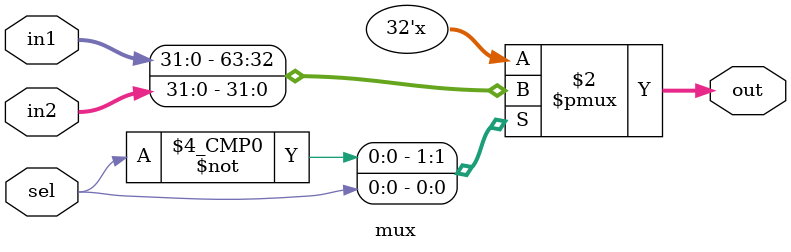
<source format=v>
module mux #(parameter width = 31)
(

input wire [width:0] in1,in2,

input wire sel,

output reg [width:0] out

);

always @ (*)begin
case (sel)
1'b0: out = in1;
1'b1: out = in2;
endcase
end
endmodule

</source>
